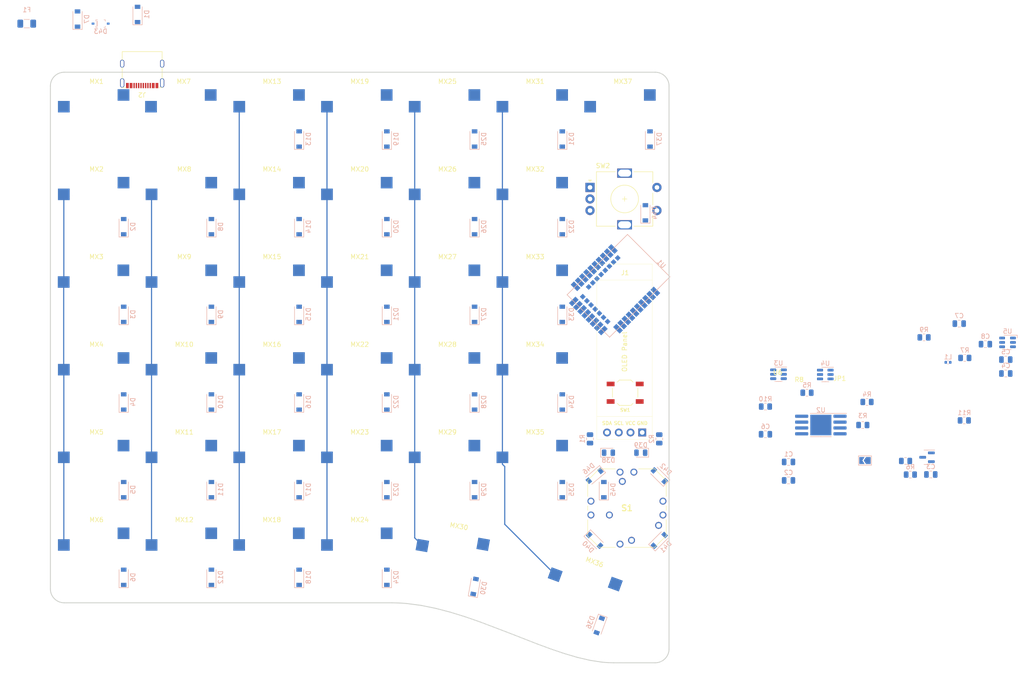
<source format=kicad_pcb>
(kicad_pcb (version 20211014) (generator pcbnew)
  (layers (0 "F.Cu" signal) (31 "B.Cu" signal) (34 "B.Paste" user) (35 "F.Paste" user) (36 "B.SilkS" user "B.Silkscreen") (37 "F.SilkS" user "F.Silkscreen") (38 "B.Mask" user) (39 "F.Mask" user) (44 "Edge.Cuts" user))
  (net 0 "")
  (net 1 "row_5")
  (net 2 "Net-(D1-Pad2)")
  (net 3 "row_4")
  (net 4 "Net-(D2-Pad2)")
  (net 5 "row_3")
  (net 6 "Net-(D3-Pad2)")
  (net 7 "row_2")
  (net 8 "Net-(D4-Pad2)")
  (net 9 "row_1")
  (net 10 "Net-(D5-Pad2)")
  (net 11 "row_0")
  (net 12 "Net-(D6-Pad2)")
  (net 13 "Net-(D35-Pad2)")
  (net 14 "Net-(D8-Pad2)")
  (net 15 "Net-(D9-Pad2)")
  (net 16 "Net-(D10-Pad2)")
  (net 17 "Net-(D11-Pad2)")
  (net 18 "Net-(D12-Pad2)")
  (net 19 "Net-(D13-Pad2)")
  (net 20 "Net-(D14-Pad2)")
  (net 21 "Net-(D15-Pad2)")
  (net 22 "Net-(D16-Pad2)")
  (net 23 "Net-(D17-Pad2)")
  (net 24 "Net-(D18-Pad2)")
  (net 25 "Net-(D19-Pad2)")
  (net 26 "Net-(D20-Pad2)")
  (net 27 "Net-(D21-Pad2)")
  (net 28 "Net-(D22-Pad2)")
  (net 29 "Net-(D23-Pad2)")
  (net 30 "Net-(D24-Pad2)")
  (net 31 "Net-(D25-Pad2)")
  (net 32 "Net-(D26-Pad2)")
  (net 33 "Net-(D27-Pad2)")
  (net 34 "Net-(D28-Pad2)")
  (net 35 "Net-(D29-Pad2)")
  (net 36 "Net-(D30-Pad2)")
  (net 37 "Net-(D31-Pad2)")
  (net 38 "Net-(D32-Pad2)")
  (net 39 "Net-(D33-Pad2)")
  (net 40 "Net-(D34-Pad2)")
  (net 41 "Net-(D36-Pad2)")
  (net 42 "Net-(D37-Pad2)")
  (net 43 "Net-(C3-Pad1)")
  (net 44 "BAT-")
  (net 45 "Net-(D40-Pad2)")
  (net 46 "Net-(D41-Pad2)")
  (net 47 "Net-(D42-Pad2)")
  (net 48 "BAT+")
  (net 49 "GND")
  (net 50 "+3.3V")
  (net 51 "+5V")
  (net 52 "Net-(D7-Pad2)")
  (net 53 "col_0")
  (net 54 "col_1")
  (net 55 "col_2")
  (net 56 "col_3")
  (net 57 "col_4")
  (net 58 "col_5")
  (net 59 "col_6")
  (net 60 "encoder_bottom_A")
  (net 61 "encoder_bottom_B")
  (net 63 "Net-(D38-Pad1)")
  (net 64 "Net-(D39-Pad1)")
  (net 65 "GNDPWR")
  (net 66 "Net-(D44-Pad2)")
  (net 68 "Net-(D45-Pad2)")
  (net 70 "Net-(D46-Pad2)")
  (net 71 "VBUS")
  (net 72 "Net-(J2-PadA5)")
  (net 73 "vbus")
  (net 76 "d+")
  (net 77 "sda")
  (net 79 "scl")
  (net 80 "swdio")
  (net 81 "swdclk")
  (net 84 "D+")
  (net 85 "D-")
  (net 86 "Net-(R1-Pad1)")
  (net 102 "Net-(JP1-Pad2)")
  (net 103 "Net-(R2-Pad1)")
  (net 104 "Net-(R3-Pad1)")
  (net 105 "Net-(J2-PadB5)")
  (net 106 "Net-(R9-Pad1)")
  (net 107 "VSENSE")
  (net 116 "reset")
  (net 117 "d-")
  (net 125 "Net-(U3-Pad1)")
  (net 126 "Net-(U3-Pad3)")
  (net 132 "encoder_top_A")
  (net 133 "encoder_top_B")
  (net 134 "col_7")
  (footprint "MX:MXOnly-1U-Hotswap" (layer "F.Cu") (at 75 80)
    (fp_text reference "MX22")
    (fp_text value "MX-NoLED")
  )
  (footprint "MX:MXOnly-1U-Hotswap" (layer "F.Cu") (at 18 80)
    (fp_text reference "MX4")
    (fp_text value "MX-NoLED")
  )
  (footprint "MX:MXOnly-1U-Hotswap" (layer "F.Cu") (at 75 118)
    (fp_text reference "MX24")
    (fp_text value "MX-NoLED")
  )
  (footprint "MX:MXOnly-1U-Hotswap" (layer "F.Cu") (at 75 61)
    (fp_text reference "MX21")
    (fp_text value "MX-NoLED")
  )
  (footprint "MX:MXOnly-1U-Hotswap" (layer "F.Cu") (at 18 99)
    (fp_text reference "MX5")
    (fp_text value "MX-NoLED")
  )
  (footprint "MX:MXOnly-1U-Hotswap" (layer "F.Cu") (at 113 23)
    (fp_text reference "MX31")
    (fp_text value "MX-NoLED")
  )
  (footprint "MX:MXOnly-1U-Hotswap" (layer "F.Cu") (at 36.885 23)
    (fp_text reference "MX7")
    (fp_text value "MX-NoLED")
  )
  (footprint "MX:MXOnly-1U-Hotswap" (layer "F.Cu") (at 18 23)
    (fp_text reference "MX1")
    (fp_text value "MX-NoLED")
  )
  (footprint "MX:MXOnly-1U-Hotswap" (layer "F.Cu") (at 37 80)
    (fp_text reference "MX10")
    (fp_text value "MX-NoLED")
  )
  (footprint "MX:MXOnly-1U-Hotswap" (layer "F.Cu") (at 113 61)
    (fp_text reference "MX33")
    (fp_text value "MX-NoLED")
  )
  (footprint "MX:TYPE-C-31-M-12" (layer "F.Cu") (at 35 18.42 180)
    (fp_text reference "J2")
    (fp_text value "USB_C_Receptacle_USB2.0")
  )
  (footprint "MX:MXOnly-1U-Hotswap" (layer "F.Cu") (at 132 23)
    (fp_text reference "MX37")
    (fp_text value "MX-NoLED")
  )
  (footprint "MX:MXOnly-1U-Hotswap" (layer "F.Cu") (at 56 42)
    (fp_text reference "MX14")
    (fp_text value "MX-NoLED")
  )
  (footprint "Keebio-Parts:SW_SPST_TL3342" (layer "F.Cu") (at 139.615 85 180)
    (fp_text reference "SW1")
    (fp_text value "SW_Push")
  )
  (footprint "MX:MXOnly-1U-Hotswap" (layer "F.Cu") (at 56 61)
    (fp_text reference "MX15")
    (fp_text value "MX-NoLED")
  )
  (footprint "MX:MXOnly-1U-Hotswap" (layer "F.Cu") (at 37 118)
    (fp_text reference "MX12")
    (fp_text value "MX-NoLED")
  )
  (footprint "MX:MXOnly-1U-Hotswap" (layer "F.Cu") (at 56 99)
    (fp_text reference "MX17")
    (fp_text value "MX-NoLED")
  )
  (footprint "MX:MXOnly-1U-Hotswap" (layer "F.Cu") (at 18 42)
    (fp_text reference "MX2")
    (fp_text value "MX-NoLED")
  )
  (footprint "Keebio-Parts:RotaryEncoder_Alps_EC11E-Switch_Vertical_H20mm" (layer "F.Cu") (at 139.5 43)
    (fp_text reference "SW2")
    (fp_text value "RotaryEncoder_Switch")
  )
  (footprint "cumsys:RKJXT1F42001" (layer "F.Cu") (at 140 110)
    (fp_text reference "S1")
    (fp_text value "RKJXT1F42001" hide)
  )
  (footprint "MX:MXOnly-1U-Hotswap" (layer "F.Cu") (at 94 80)
    (fp_text reference "MX28")
    (fp_text value "MX-NoLED")
  )
  (footprint "MX:MXOnly-1U-Hotswap" (layer "F.Cu") (at 95.661526 118.108795 -10)
    (fp_text reference "MX30")
    (fp_text value "MX-NoLED")
  )
  (footprint "MX:MXOnly-1U-Hotswap" (layer "F.Cu") (at 75 99)
    (fp_text reference "MX23")
    (fp_text value "MX-NoLED")
  )
  (footprint "MX:MXOnly-1U-Hotswap" (layer "F.Cu") (at 56 80)
    (fp_text reference "MX16")
    (fp_text value "MX-NoLED")
  )
  (footprint "MX:MXOnly-1U-Hotswap" (layer "F.Cu") (at 94 42)
    (fp_text reference "MX26")
    (fp_text value "MX-NoLED")
  )
  (footprint "MX:MXOnly-1U-Hotswap" (layer "F.Cu") (at 113 80)
    (fp_text reference "MX34")
    (fp_text value "MX-NoLED")
  )
  (footprint "MX:MXOnly-1U-Hotswap" (layer "F.Cu") (at 56 23)
    (fp_text reference "MX13")
    (fp_text value "MX-NoLED")
  )
  (footprint "MX:MXOnly-1U-Hotswap" (layer "F.Cu") (at 94 99)
    (fp_text reference "MX29")
    (fp_text value "MX-NoLED")
  )
  (footprint "KiCad-SSD1306-0.91-OLED-4pin-128x32:SSD1306-0.91-OLED-4pin-128x32" (layer "F.Cu") (at 145.5 57.115 -90)
    (fp_text reference "J1")
    (fp_text value "Conn_01x04_Male")
  )
  (footprint "MX:MXOnly-1U-Hotswap" (layer "F.Cu") (at 37 99)
    (fp_text reference "MX11")
    (fp_text value "MX-NoLED")
  )
  (footprint "MX:MXOnly-1U-Hotswap" (layer "F.Cu") (at 18 118)
    (fp_text reference "MX6")
    (fp_text value "MX-NoLED")
  )
  (footprint "MX:MXOnly-2U-Hotswap" (layer "F.Cu") (at 124.461009 124.439968 -20)
    (fp_text reference "MX36")
    (fp_text value "MX-NoLED")
  )
  (footprint "MX:MXOnly-1U-Hotswap" (layer "F.Cu") (at 37 42)
    (fp_text reference "MX8")
    (fp_text value "MX-NoLED")
  )
  (footprint "MX:MXOnly-1U-Hotswap" (layer "F.Cu") (at 55.97 118)
    (fp_text reference "MX18")
    (fp_text value "MX-NoLED")
  )
  (footprint "MX:MXOnly-1U-Hotswap" (layer "F.Cu") (at 113 99)
    (fp_text reference "MX35")
    (fp_text value "MX-NoLED")
  )
  (footprint "MX:MXOnly-1U-Hotswap" (layer "F.Cu") (at 75 23)
    (fp_text reference "MX19")
    (fp_text value "MX-NoLED")
  )
  (footprint "MX:MXOnly-1U-Hotswap" (layer "F.Cu") (at 94 23)
    (fp_text reference "MX25")
    (fp_text value "MX-NoLED")
  )
  (footprint "MX:MXOnly-1U-Hotswap" (layer "F.Cu") (at 37 61)
    (fp_text reference "MX9")
    (fp_text value "MX-NoLED")
  )
  (footprint "MX:MXOnly-1U-Hotswap" (layer "F.Cu") (at 94 61)
    (fp_text reference "MX27")
    (fp_text value "MX-NoLED")
  )
  (footprint "MX:MXOnly-1U-Hotswap" (layer "F.Cu") (at 17.97 61)
    (fp_text reference "MX3")
    (fp_text value "MX-NoLED")
  )
  (footprint "MX:MXOnly-1U-Hotswap" (layer "F.Cu") (at 113 42)
    (fp_text reference "MX32")
    (fp_text value "MX-NoLED")
  )
  (footprint "MX:MXOnly-1U-Hotswap" (layer "F.Cu") (at 75 42)
    (fp_text reference "MX20")
    (fp_text value "MX-NoLED")
  )
  (footprint "Diode_SMD:D_SOD-123" (layer "B.Cu") (at 69 87 90)
    (fp_text reference "D16")
    (fp_text value "D_Small")
  )
  (footprint "Diode_SMD:D_SOD-123" (layer "B.Cu") (at 144 46 90)
    (fp_text reference "D44")
    (fp_text value "D_Small")
  )
  (footprint "Diode_SMD:D_SOD-123" (layer "B.Cu") (at 107 127 80)
    (fp_text reference "D30")
    (fp_text value "D_Small")
  )
  (footprint "Resistor_SMD:R_0805_2012Metric" (layer "B.Cu") (at 213.067142 91 180)
    (fp_text reference "R11")
    (fp_text value "2M")
  )
  (footprint "Package_TO_SOT_SMD:SOT-23-6" (layer "B.Cu") (at 172.82238 81 180)
    (fp_text reference "U3")
    (fp_text value "DW01A")
  )
  (footprint "Diode_SMD:D_SOD-123" (layer "B.Cu") (at 88 87 90)
    (fp_text reference "D22")
    (fp_text value "D_Small")
  )
  (footprint "Diode_SMD:D_SOD-123" (layer "B.Cu") (at 145 30 90)
    (fp_text reference "D37")
    (fp_text value "D_Small")
  )
  (footprint "Capacitor_SMD:C_0805_2012Metric" (layer "B.Cu") (at 205.817142 102.72 180)
    (fp_text reference "C3")
    (fp_text value "100nf")
  )
  (footprint "Capacitor_SMD:C_0805_2012Metric" (layer "B.Cu") (at 211.972618 70.02 180)
    (fp_text reference "C7")
    (fp_text value "1uf")
  )
  (footprint "Diode_SMD:D_SOD-123" (layer "B.Cu") (at 126 106 90)
    (fp_text reference "D35")
    (fp_text value "D_Small")
  )
  (footprint "Diode_SMD:D_SOD-123" (layer "B.Cu") (at 133 117 -45)
    (fp_text reference "D40")
    (fp_text value "D_Small")
  )
  (footprint "Diode_SMD:D_SOD-123" (layer "B.Cu") (at 126 87 90)
    (fp_text reference "D34")
    (fp_text value "D_Small")
  )
  (footprint "Diode_SMD:D_SOD-123" (layer "B.Cu") (at 88 68 90)
    (fp_text reference "D21")
    (fp_text value "D_Small")
  )
  (footprint "Resistor_SMD:R_0805_2012Metric" (layer "B.Cu") (at 200.347142 99.79 180)
    (fp_text reference "R8")
    (fp_text value "100")
  )
  (footprint "Diode_SMD:D_SOD-123" (layer "B.Cu") (at 31 68 90)
    (fp_text reference "D3")
    (fp_text value "D_Small")
  )
  (footprint "Fuse:Fuse_1206_3216Metric" (layer "B.Cu") (at 10 5 180)
    (fp_text reference "F1")
    (fp_text value "Polyfuse_Small")
  )
  (footprint "Diode_SMD:D_SOD-123" (layer "B.Cu") (at 134 135.449507 -110)
    (fp_text reference "D36")
    (fp_text value "D_Small")
  )
  (footprint "Diode_SMD:D_SOD-123" (layer "B.Cu") (at 126 68 90)
    (fp_text reference "D33")
    (fp_text value "D_Small")
  )
  (footprint "Diode_SMD:D_SOD-123" (layer "B.Cu") (at 21 4 90)
    (fp_text reference "D7")
    (fp_text value "D_Small")
  )
  (footprint "Diode_SMD:D_SOD-123" (layer "B.Cu") (at 31 106 90)
    (fp_text reference "D5")
    (fp_text value "D_Small")
  )
  (footprint "Capacitor_SMD:C_0805_2012Metric" (layer "B.Cu") (at 217.642618 74.47 180)
    (fp_text reference "C8")
    (fp_text value "100nf")
  )
  (footprint "Capacitor_SMD:C_0805_2012Metric" (layer "B.Cu") (at 175 104 180)
    (fp_text reference "C2")
    (fp_text value "100nf")
  )
  (footprint "Diode_SMD:D_SOD-123" (layer "B.Cu") (at 147 117 45)
    (fp_text reference "D41")
    (fp_text value "D_Small")
  )
  (footprint "Diode_SMD:D_SOD-123" (layer "B.Cu") (at 135 106 90)
    (fp_text reference "D45")
    (fp_text value "D_Small")
  )
  (footprint "Resistor_SMD:R_0805_2012Metric" (layer "B.Cu") (at 213.182618 77.45 180)
    (fp_text reference "R7")
    (fp_text value "5.1k")
  )
  (footprint "Diode_SMD:D_SOD-123" (layer "B.Cu") (at 88 30 90)
    (fp_text reference "D19")
    (fp_text value "D_Small")
  )
  (footprint "Diode_SMD:D_SOD-123" (layer "B.Cu") (at 69 49 90)
    (fp_text reference "D14")
    (fp_text value "D_Small")
  )
  (footprint "Diode_SMD:D_SOD-123" (layer "B.Cu") (at 31 125 90)
    (fp_text reference "D6")
    (fp_text value "D_Small")
  )
  (footprint "Diode_SMD:D_SOD-123" (layer "B.Cu") (at 31 87 90)
    (fp_text reference "D4")
    (fp_text value "D_Small")
  )
  (footprint "Capacitor_SMD:C_0805_2012Metric" (layer "B.Cu") (at 222.062618 80.83 180)
    (fp_text reference "C4")
    (fp_text value "4.7uf")
  )
  (footprint "Resistor_SMD:R_0805_2012Metric" (layer "B.Cu") (at 201.387142 102.74 180)
    (fp_text reference "R6")
    (fp_text value "5.1k")
  )
  (footprint "Diode_SMD:D_SOD-123" (layer "B.Cu") (at 88 106 90)
    (fp_text reference "D23")
    (fp_text value "D_Small")
  )
  (footprint "Capacitor_SMD:C_0805_2012Metric" (layer "B.Cu") (at 222.062618 77.82 180)
    (fp_text reference "C5")
    (fp_text value "4.7uf")
  )
  (footprint "Diode_SMD:D_SOD-123" (layer "B.Cu") (at 69 68 90)
    (fp_text reference "D15")
    (fp_text value "D_Small")
  )
  (footprint "Diode_SMD:D_SOD-123" (layer "B.Cu") (at 88 49 90)
    (fp_text reference "D20")
    (fp_text value "D_Small")
  )
  (footprint "MX:SOD-323" (layer "B.Cu") (at 26 5)
    (fp_text reference "D43")
    (fp_text value "D_TVS")
  )
  (footprint "Diode_SMD:D_SOD-123" (layer "B.Cu") (at 50 49 90)
    (fp_text reference "D8")
    (fp_text value "D_Small")
  )
  (footprint "Diode_SMD:D_SOD-123" (layer "B.Cu") (at 107 30 90)
    (fp_text reference "D25")
    (fp_text value "D_Small")
  )
  (footprint "Diode_SMD:D_SOD-123" (layer "B.Cu") (at 50 125 90)
    (fp_text reference "D12")
    (fp_text value "D_Small")
  )
  (footprint "Diode_SMD:D_SOD-123" (layer "B.Cu") (at 50 87 90)
    (fp_text reference "D10")
    (fp_text value "D_Small")
  )
  (footprint "Diode_SMD:D_SOD-123" (layer "B.Cu") (at 107 49 90)
    (fp_text reference "D26")
    (fp_text value "D_Small")
  )
  (footprint "Resistor_SMD:R_0805_2012Metric" (layer "B.Cu") (at 132 95 -90)
    (fp_text reference "R1")
    (fp_text value "2.7k")
  )
  (footprint "Diode_SMD:D_SOD-123" (layer "B.Cu") (at 69 30 90)
    (fp_text reference "D13")
    (fp_text value "D_Small")
  )
  (footprint "Diode_SMD:D_SOD-123" (layer "B.Cu") (at 107 106 90)
    (fp_text reference "D29")
    (fp_text value "D_Small")
  )
  (footprint "marbastlib-various:SOT-23-6-routable" (layer "B.Cu") (at 222.437618 74.09 180)
    (fp_text reference "U5")
    (fp_text value "SRV05-4")
  )
  (footprint "Diode_SMD:D_SOD-123" (layer "B.Cu") (at 147 103 135)
    (fp_text reference "D42")
    (fp_text value "D_Small")
  )
  (footprint "Resistor_SMD:R_0805_2012Metric" (layer "B.Cu") (at 179 85 180)
    (fp_text reference "R5")
    (fp_text value "22k")
  )
  (footprint "Diode_SMD:D_SOD-123" (layer "B.Cu") (at 50 106 90)
    (fp_text reference "D11")
    (fp_text value "D_Small")
  )
  (footprint "LED_SMD:LED_0805_2012Metric" (layer "B.Cu") (at 136 98)
    (fp_text reference "D38")
    (fp_text value "LED")
  )
  (footprint "Resistor_SMD:R_0805_2012Metric" (layer "B.Cu") (at 204.352618 73 180)
    (fp_text reference "R9")
    (fp_text value "1k")
  )
  (footprint "E73-2G4M08S1C:E73-2G4M08S1C" (layer "B.Cu") (at 138 62 135)
    (fp_text reference "U1")
    (fp_text value "nRF52840_holyiot_18010")
  )
  (footprint "Diode_SMD:D_SOD-123" (layer "B.Cu") (at 31 49 90)
    (fp_text reference "D2")
    (fp_text value "D_Small")
  )
  (footprint "Diode_SMD:D_SOD-123" (layer "B.Cu") (at 107 68 90)
    (fp_text reference "D27")
    (fp_text value "D_Small")
  )
  (footprint "Jumper:SolderJumper-2_P1.3mm_Open_TrianglePad1.0x1.5mm" (layer "B.Cu") (at 191.557142 99.69 180)
    (fp_text reference "JP1")
    (fp_text value "THERM")
  )
  (footprint "Package_SO:SOP-8-1EP_4.57x4.57mm_P1.27mm_EP4.57x4.45mm" (layer "B.Cu") (at 182 92 180)
    (fp_text reference "U2")
    (fp_text value "TP4056")
  )
  (footprint "Capacitor_SMD:C_0805_2012Metric" (layer "B.Cu") (at 175 100 180)
    (fp_text reference "C1")
    (fp_text value "10uf")
  )
  (footprint "Resistor_SMD:R_0805_2012Metric" (layer "B.Cu") (at 191.0875 92 180)
    (fp_text reference "R3")
    (fp_text value "1.8k")
  )
  (footprint "Diode_SMD:D_SOD-123" (layer "B.Cu") (at 50 68 90)
    (fp_text reference "D9")
    (fp_text value "D_Small")
  )
  (footprint "Resistor_SMD:R_0805_2012Metric" (layer "B.Cu") (at 192 87 180)
    (fp_text reference "R4")
    (fp_text value "3.3k")
  )
  (footprint "Diode_SMD:D_SOD-123" (layer "B.Cu") (at 126 30 90)
    (fp_text reference "D31")
    (fp_text value "D_Small")
  )
  (footprint "Diode_SMD:D_SOD-123" (layer "B.Cu") (at 126 49 90)
    (fp_text reference "D32")
    (fp_text value "D_Small")
  )
  (footprint "LED_SMD:LED_0805_2012Metric" (layer "B.Cu") (at 143 98 180)
    (fp_text reference "D39")
    (fp_text value "LED")
  )
  (footprint "Package_TO_SOT_SMD:SOT-23-6" (layer "B.Cu") (at 182.95988 81.05 180)
    (fp_text reference "U4")
    (fp_text value "FS8205")
  )
  (footprint "Capacitor_SMD:C_0805_2012Metric" (layer "B.Cu") (at 170 94 180)
    (fp_text reference "C6")
    (fp_text value "1uf")
  )
  (footprint "Package_TO_SOT_SMD:SOT-23" (layer "B.Cu") (at 204.997142 98.99 180)
    (fp_text reference "U6")
    (fp_text value "XC6206PxxxMR")
  )
  (footprint "Capacitor_SMD:C_0402_1005Metric" (layer "B.Cu") (at 209.542618 78.41 180)
    (fp_text reference "L1")
    (fp_text value "L")
  )
  (footprint "Diode_SMD:D_SOD-123" (layer "B.Cu") (at 34 3 90)
    (fp_text reference "D1")
    (fp_text value "D_Small")
  )
  (footprint "Diode_SMD:D_SOD-123" (layer "B.Cu") (at 88 125 90)
    (fp_text reference "D24")
    (fp_text value "D_Small")
  )
  (footprint "Diode_SMD:D_SOD-123" (layer "B.Cu") (at 69 125 90)
    (fp_text reference "D18")
    (fp_text value "D_Small")
  )
  (footprint "Diode_SMD:D_SOD-123" (layer "B.Cu") (at 133 103 -140)
    (fp_text reference "D46")
    (fp_text value "D_Small")
  )
  (footprint "Resistor_SMD:R_0805_2012Metric" (layer "B.Cu") (at 170 88 180)
    (fp_text reference "R10")
    (fp_text value "806k")
  )
  (footprint "Diode_SMD:D_SOD-123" (layer "B.Cu") (at 69 106 90)
    (fp_text reference "D17")
    (fp_text value "D_Small")
  )
  (footprint "Diode_SMD:D_SOD-123" (layer "B.Cu") (at 107 87 90)
    (fp_text reference "D28")
    (fp_text value "D_Small")
  )
  (footprint "Resistor_SMD:R_0805_2012Metric" (layer "B.Cu") (at 147 95 -90)
    (fp_text reference "R2")
    (fp_text value "2.7k")
  )
  (gr_arc (start 15.12132 18.531139) (mid 16 16.409819) (end 18.12132 15.531139) (layer "Edge.Cuts") (width 0.2))
  (gr_line (start 132.004299 143.000106) (end 129.282154 142.367079) (layer "Edge.Cuts") (width 0.2))
  (gr_line (start 90.68053 130.568704) (end 89.12132 130.531139) (layer "Edge.Cuts") (width 0.2))
  (gr_line (start 123.563693 140.558539) (end 120.588618 139.460043) (layer "Edge.Cuts") (width 0.2))
  (gr_line (start 129.282154 142.367079) (end 126.465079 141.540387) (layer "Edge.Cuts") (width 0.2))
  (gr_line (start 18.12132 130.531139) (end 89.12132 130.531139) (layer "Edge.Cuts") (width 0.2))
  (gr_line (start 146.12132 143.531139) (end 137.12132 143.531139) (layer "Edge.Cuts") (width 0.2))
  (gr_line (start 104.979592 133.565611) (end 101.785398 132.575888) (layer "Edge.Cuts") (width 0.2))
  (gr_line (start 149.12132 18.531139) (end 149.12132 140.531139) (layer "Edge.Cuts") (width 0.2))
  (gr_line (start 135.886292 143.502292) (end 134.620895 143.400962) (layer "Edge.Cuts") (width 0.2))
  (gr_arc (start 149.12132 140.531139) (mid 148.24264 142.652459) (end 146.12132 143.531139) (layer "Edge.Cuts") (width 0.2))
  (gr_line (start 126.465079 141.540387) (end 123.563693 140.558539) (layer "Edge.Cuts") (width 0.2))
  (gr_line (start 98.591853 131.739072) (end 95.409579 131.09367) (layer "Edge.Cuts") (width 0.2))
  (gr_line (start 18.12132 15.531139) (end 146.12132 15.531139) (layer "Edge.Cuts") (width 0.2))
  (gr_line (start 120.588618 139.460043) (end 114.459877 137.067137) (layer "Edge.Cuts") (width 0.2))
  (gr_line (start 15.12132 18.531139) (end 15.12132 127.531139) (layer "Edge.Cuts") (width 0.2))
  (gr_arc (start 18.12132 130.531139) (mid 16 129.652459) (end 15.12132 127.531139) (layer "Edge.Cuts") (width 0.2))
  (gr_arc (start 146.12132 15.531139) (mid 148.24264 16.409819) (end 149.12132 18.531139) (layer "Edge.Cuts") (width 0.2))
  (gr_line (start 95.409579 131.09367) (end 92.249194 130.67819) (layer "Edge.Cuts") (width 0.2))
  (gr_line (start 92.249194 130.67819) (end 90.68053 130.568704) (layer "Edge.Cuts") (width 0.2))
  (gr_line (start 101.785398 132.575888) (end 98.591853 131.739072) (layer "Edge.Cuts") (width 0.2))
  (gr_line (start 137.12132 143.531139) (end 135.886292 143.502292) (layer "Edge.Cuts") (width 0.2))
  (gr_line (start 134.620895 143.400962) (end 132.004299 143.000106) (layer "Edge.Cuts") (width 0.2))
  (gr_line (start 114.459877 137.067137) (end 108.163817 134.669731) (layer "Edge.Cuts") (width 0.2))
  (gr_line (start 108.163817 134.669731) (end 104.979592 133.565611) (layer "Edge.Cuts") (width 0.2))
  (segment (start 18 61) (end 18 79.97) (width 0.25) (layer "B.Cu") (net 53))
  (segment (start 18 79.97) (end 18.03 80) (width 0.25) (layer "B.Cu") (net 53))
  (segment (start 18.03 60.97) (end 18 61) (width 0.25) (layer "B.Cu") (net 53))
  (segment (start 18.03 99) (end 18.03 118) (width 0.25) (layer "B.Cu") (net 53))
  (segment (start 18.03 42) (end 18.03 60.97) (width 0.25) (layer "B.Cu") (net 53))
  (segment (start 18.03 80) (end 18.03 99) (width 0.25) (layer "B.Cu") (net 53))
  (segment (start 37.03 99) (end 37.03 118) (width 0.25) (layer "B.Cu") (net 54))
  (segment (start 37.03 42) (end 37.03 61) (width 0.25) (layer "B.Cu") (net 54))
  (segment (start 37.03 61) (end 37.03 80) (width 0.25) (layer "B.Cu") (net 54))
  (segment (start 36.915 41.885) (end 37.03 42) (width 0.25) (layer "B.Cu") (net 54))
  (segment (start 37.03 80) (end 37.03 99) (width 0.25) (layer "B.Cu") (net 54))
  (segment (start 56.03 42) (end 56.03 61) (width 0.25) (layer "B.Cu") (net 55))
  (segment (start 56.03 99) (end 56.03 117.97) (width 0.25) (layer "B.Cu") (net 55))
  (segment (start 56.03 80) (end 56.03 99) (width 0.25) (layer "B.Cu") (net 55))
  (segment (start 56.03 23) (end 56.03 42) (width 0.25) (layer "B.Cu") (net 55))
  (segment (start 56.03 61) (end 56.03 80) (width 0.25) (layer "B.Cu") (net 55))
  (segment (start 56.03 117.97) (end 56 118) (width 0.25) (layer "B.Cu") (net 55))
  (segment (start 75.03 61) (end 75.03 42) (width 0.25) (layer "B.Cu") (net 56))
  (segment (start 75.03 118) (end 75.03 99) (width 0.25) (layer "B.Cu") (net 56))
  (segment (start 75.03 99) (end 75.03 80) (width 0.25) (layer "B.Cu") (net 56))
  (segment (start 75.03 23) (end 75.03 42) (width 0.25) (layer "B.Cu") (net 56))
  (segment (start 75.03 61) (end 75.03 80) (width 0.25) (layer "B.Cu") (net 56))
  (segment (start 94.03 61) (end 94.03 80) (width 0.25) (layer "B.Cu") (net 57))
  (segment (start 94.03 99) (end 94.03 116.452934) (width 0.25) (layer "B.Cu") (net 57))
  (segment (start 94.03 42) (end 94.03 61) (width 0.25) (layer "B.Cu") (net 57))
  (segment (start 94.03 23) (end 94.03 42) (width 0.25) (layer "B.Cu") (net 57))
  (segment (start 94.03 116.452934) (end 95.69107 118.114004) (width 0.25) (layer "B.Cu") (net 57))
  (segment (start 94.03 80) (end 94.03 99) (width 0.25) (layer "B.Cu") (net 57))
  (segment (start 113.03 100.5) (end 113.53 101) (width 0.25) (layer "B.Cu") (net 58))
  (segment (start 113.03 23) (end 113.03 42) (width 0.25) (layer "B.Cu") (net 58))
  (segment (start 113.03 80) (end 113.03 99) (width 0.25) (layer "B.Cu") (net 58))
  (segment (start 113.03 61) (end 113.03 80) (width 0.25) (layer "B.Cu") (net 58))
  (segment (start 113.53 101) (end 113.53 113.508959) (width 0.25) (layer "B.Cu") (net 58))
  (segment (start 113.53 113.508959) (end 124.461009 124.439968) (width 0.25) (layer "B.Cu") (net 58))
  (segment (start 113.03 42) (end 113.03 61) (width 0.25) (layer "B.Cu") (net 58))
  (segment (start 113.03 99) (end 113.03 100.5) (width 0.25) (layer "B.Cu") (net 58))
)
</source>
